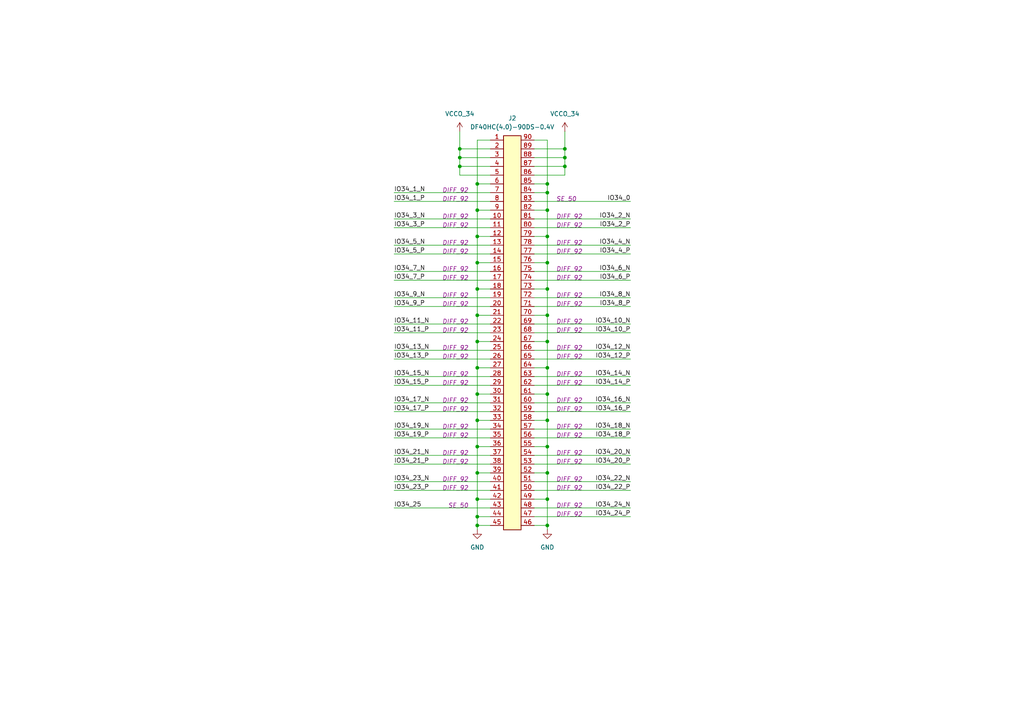
<source format=kicad_sch>
(kicad_sch (version 20250114) (generator "eeschema") (generator_version "9.0")
  (paper "A4")
  (lib_symbols
    (symbol "nuku:DF40HC(4.0)-90DS-0.4V"
      (property "Reference" "J" (at 0 3.81 0))
      (property "Value" "DF40HC(4.0)-90DS-0.4V" (at 0 1.27 0))
      (symbol "DF40HC(4.0)-90DS-0.4V_0_1"
        (rectangle (start 0 0) (end 5.08 -114.3) (stroke (width 0.254)) (fill (type background)))
      )
      (symbol "DF40HC(4.0)-90DS-0.4V_1_1"
        (pin passive line (at -3.81 -1.27 0) (length 3.81) (name "") (number "1"))
        (pin passive line (at -3.81 -3.81 0) (length 3.81) (name "") (number "2"))
        (pin passive line (at -3.81 -6.35 0) (length 3.81) (name "") (number "3"))
        (pin passive line (at -3.81 -8.89 0) (length 3.81) (name "") (number "4"))
        (pin passive line (at -3.81 -11.43 0) (length 3.81) (name "") (number "5"))
        (pin passive line (at -3.81 -13.97 0) (length 3.81) (name "") (number "6"))
        (pin passive line (at -3.81 -16.51 0) (length 3.81) (name "") (number "7"))
        (pin passive line (at -3.81 -19.05 0) (length 3.81) (name "") (number "8"))
        (pin passive line (at -3.81 -21.59 0) (length 3.81) (name "") (number "9"))
        (pin passive line (at -3.81 -24.13 0) (length 3.81) (name "") (number "10"))
        (pin passive line (at -3.81 -26.67 0) (length 3.81) (name "") (number "11"))
        (pin passive line (at -3.81 -29.21 0) (length 3.81) (name "") (number "12"))
        (pin passive line (at -3.81 -31.75 0) (length 3.81) (name "") (number "13"))
        (pin passive line (at -3.81 -34.29 0) (length 3.81) (name "") (number "14"))
        (pin passive line (at -3.81 -36.83 0) (length 3.81) (name "") (number "15"))
        (pin passive line (at -3.81 -39.37 0) (length 3.81) (name "") (number "16"))
        (pin passive line (at -3.81 -41.91 0) (length 3.81) (name "") (number "17"))
        (pin passive line (at -3.81 -44.45 0) (length 3.81) (name "") (number "18"))
        (pin passive line (at -3.81 -46.99 0) (length 3.81) (name "") (number "19"))
        (pin passive line (at -3.81 -49.53 0) (length 3.81) (name "") (number "20"))
        (pin passive line (at -3.81 -52.07 0) (length 3.81) (name "") (number "21"))
        (pin passive line (at -3.81 -54.61 0) (length 3.81) (name "") (number "22"))
        (pin passive line (at -3.81 -57.15 0) (length 3.81) (name "") (number "23"))
        (pin passive line (at -3.81 -59.69 0) (length 3.81) (name "") (number "24"))
        (pin passive line (at -3.81 -62.23 0) (length 3.81) (name "") (number "25"))
        (pin passive line (at -3.81 -64.77 0) (length 3.81) (name "") (number "26"))
        (pin passive line (at -3.81 -67.31 0) (length 3.81) (name "") (number "27"))
        (pin passive line (at -3.81 -69.85 0) (length 3.81) (name "") (number "28"))
        (pin passive line (at -3.81 -72.39 0) (length 3.81) (name "") (number "29"))
        (pin passive line (at -3.81 -74.93 0) (length 3.81) (name "") (number "30"))
        (pin passive line (at -3.81 -77.47 0) (length 3.81) (name "") (number "31"))
        (pin passive line (at -3.81 -80.01 0) (length 3.81) (name "") (number "32"))
        (pin passive line (at -3.81 -82.55 0) (length 3.81) (name "") (number "33"))
        (pin passive line (at -3.81 -85.09 0) (length 3.81) (name "") (number "34"))
        (pin passive line (at -3.81 -87.63 0) (length 3.81) (name "") (number "35"))
        (pin passive line (at -3.81 -90.17 0) (length 3.81) (name "") (number "36"))
        (pin passive line (at -3.81 -92.71 0) (length 3.81) (name "") (number "37"))
        (pin passive line (at -3.81 -95.25 0) (length 3.81) (name "") (number "38"))
        (pin passive line (at -3.81 -97.79 0) (length 3.81) (name "") (number "39"))
        (pin passive line (at -3.81 -100.33 0) (length 3.81) (name "") (number "40"))
        (pin passive line (at -3.81 -102.87 0) (length 3.81) (name "") (number "41"))
        (pin passive line (at -3.81 -105.41 0) (length 3.81) (name "") (number "42"))
        (pin passive line (at -3.81 -107.95 0) (length 3.81) (name "") (number "43"))
        (pin passive line (at -3.81 -110.49 0) (length 3.81) (name "") (number "44"))
        (pin passive line (at -3.81 -113.03 0) (length 3.81) (name "") (number "45"))
        (pin passive line (at 8.89 -1.27 180) (length 3.81) (name "") (number "90"))
        (pin passive line (at 8.89 -3.81 180) (length 3.81) (name "") (number "89"))
        (pin passive line (at 8.89 -6.35 180) (length 3.81) (name "") (number "88"))
        (pin passive line (at 8.89 -8.89 180) (length 3.81) (name "") (number "87"))
        (pin passive line (at 8.89 -11.43 180) (length 3.81) (name "") (number "86"))
        (pin passive line (at 8.89 -13.97 180) (length 3.81) (name "") (number "85"))
        (pin passive line (at 8.89 -16.51 180) (length 3.81) (name "") (number "84"))
        (pin passive line (at 8.89 -19.05 180) (length 3.81) (name "") (number "83"))
        (pin passive line (at 8.89 -21.59 180) (length 3.81) (name "") (number "82"))
        (pin passive line (at 8.89 -24.13 180) (length 3.81) (name "") (number "81"))
        (pin passive line (at 8.89 -26.67 180) (length 3.81) (name "") (number "80"))
        (pin passive line (at 8.89 -29.21 180) (length 3.81) (name "") (number "79"))
        (pin passive line (at 8.89 -31.75 180) (length 3.81) (name "") (number "78"))
        (pin passive line (at 8.89 -34.29 180) (length 3.81) (name "") (number "77"))
        (pin passive line (at 8.89 -36.83 180) (length 3.81) (name "") (number "76"))
        (pin passive line (at 8.89 -39.37 180) (length 3.81) (name "") (number "75"))
        (pin passive line (at 8.89 -41.91 180) (length 3.81) (name "") (number "74"))
        (pin passive line (at 8.89 -44.45 180) (length 3.81) (name "") (number "73"))
        (pin passive line (at 8.89 -46.99 180) (length 3.81) (name "") (number "72"))
        (pin passive line (at 8.89 -49.53 180) (length 3.81) (name "") (number "71"))
        (pin passive line (at 8.89 -52.07 180) (length 3.81) (name "") (number "70"))
        (pin passive line (at 8.89 -54.61 180) (length 3.81) (name "") (number "69"))
        (pin passive line (at 8.89 -57.15 180) (length 3.81) (name "") (number "68"))
        (pin passive line (at 8.89 -59.69 180) (length 3.81) (name "") (number "67"))
        (pin passive line (at 8.89 -62.23 180) (length 3.81) (name "") (number "66"))
        (pin passive line (at 8.89 -64.77 180) (length 3.81) (name "") (number "65"))
        (pin passive line (at 8.89 -67.31 180) (length 3.81) (name "") (number "64"))
        (pin passive line (at 8.89 -69.85 180) (length 3.81) (name "") (number "63"))
        (pin passive line (at 8.89 -72.39 180) (length 3.81) (name "") (number "62"))
        (pin passive line (at 8.89 -74.93 180) (length 3.81) (name "") (number "61"))
        (pin passive line (at 8.89 -77.47 180) (length 3.81) (name "") (number "60"))
        (pin passive line (at 8.89 -80.01 180) (length 3.81) (name "") (number "59"))
        (pin passive line (at 8.89 -82.55 180) (length 3.81) (name "") (number "58"))
        (pin passive line (at 8.89 -85.09 180) (length 3.81) (name "") (number "57"))
        (pin passive line (at 8.89 -87.63 180) (length 3.81) (name "") (number "56"))
        (pin passive line (at 8.89 -90.17 180) (length 3.81) (name "") (number "55"))
        (pin passive line (at 8.89 -92.71 180) (length 3.81) (name "") (number "54"))
        (pin passive line (at 8.89 -95.25 180) (length 3.81) (name "") (number "53"))
        (pin passive line (at 8.89 -97.79 180) (length 3.81) (name "") (number "52"))
        (pin passive line (at 8.89 -100.33 180) (length 3.81) (name "") (number "51"))
        (pin passive line (at 8.89 -102.87 180) (length 3.81) (name "") (number "50"))
        (pin passive line (at 8.89 -105.41 180) (length 3.81) (name "") (number "49"))
        (pin passive line (at 8.89 -107.95 180) (length 3.81) (name "") (number "48"))
        (pin passive line (at 8.89 -110.49 180) (length 3.81) (name "") (number "47"))
        (pin passive line (at 8.89 -113.03 180) (length 3.81) (name "") (number "46"))
      )
    )
    (symbol "power:+3V3" (power) (pin_numbers (hide yes)) (pin_names (offset 0) (hide yes))
      (property "Value" "+3V3" (at 0 3.556 0))
      (symbol "+3V3_0_1"
        (polyline (pts (xy -0.762 1.27) (xy 0 2.54)))
        (polyline (pts (xy 0 2.54) (xy 0.762 1.27)))
        (polyline (pts (xy 0 0) (xy 0 2.54)))
      )
      (symbol "+3V3_1_1"
        (pin power_in line (at 0 0 90) (length 0) (name "~") (number "1"))
      )
    )
    (symbol "power:GND" (power) (pin_numbers (hide yes)) (pin_names (offset 0) (hide yes))
      (property "Value" "GND" (at 0 -3.81 0))
      (symbol "GND_0_1"
        (polyline (pts (xy 0 0) (xy 0 -1.27) (xy 1.27 -1.27) (xy 0 -2.54) (xy -1.27 -1.27) (xy 0 -1.27)))
      )
      (symbol "GND_1_1"
        (pin power_in line (at 0 0 270) (length 0) (name "~") (number "1"))
      )
    )
  )
  (junction (at 158.75 53.34))
  (junction (at 138.43 149.86))
  (junction (at 163.83 43.18))
  (junction (at 138.43 137.16))
  (junction (at 158.75 144.78))
  (junction (at 158.75 121.92))
  (junction (at 138.43 83.82))
  (junction (at 158.75 129.54))
  (junction (at 158.75 114.3))
  (junction (at 133.35 45.72))
  (junction (at 163.83 45.72))
  (junction (at 158.75 55.88))
  (junction (at 163.83 48.26))
  (junction (at 138.43 114.3))
  (junction (at 138.43 99.06))
  (junction (at 158.75 137.16))
  (junction (at 138.43 76.2))
  (junction (at 158.75 60.96))
  (junction (at 138.43 144.78))
  (junction (at 138.43 106.68))
  (junction (at 158.75 106.68))
  (junction (at 158.75 83.82))
  (junction (at 138.43 68.58))
  (junction (at 158.75 68.58))
  (junction (at 138.43 152.4))
  (junction (at 158.75 152.4))
  (junction (at 138.43 60.96))
  (junction (at 158.75 91.44))
  (junction (at 133.35 43.18))
  (junction (at 133.35 48.26))
  (junction (at 138.43 53.34))
  (junction (at 138.43 121.92))
  (junction (at 158.75 76.2))
  (junction (at 158.75 99.06))
  (junction (at 138.43 91.44))
  (junction (at 138.43 129.54))
  (wire (pts (xy 154.94 134.62) (xy 182.88 134.62)))
  (wire (pts (xy 133.35 43.18) (xy 133.35 45.72)))
  (wire (pts (xy 158.75 99.06) (xy 158.75 91.44)))
  (wire (pts (xy 114.3 147.32) (xy 142.24 147.32)))
  (wire (pts (xy 138.43 149.86) (xy 142.24 149.86)))
  (wire (pts (xy 154.94 78.74) (xy 182.88 78.74)))
  (wire (pts (xy 158.75 106.68) (xy 158.75 114.3)))
  (wire (pts (xy 163.83 50.8) (xy 163.83 48.26)))
  (wire (pts (xy 114.3 127) (xy 142.24 127)))
  (wire (pts (xy 158.75 99.06) (xy 158.75 106.68)))
  (wire (pts (xy 158.75 40.64) (xy 154.94 40.64)))
  (wire (pts (xy 138.43 60.96) (xy 142.24 60.96)))
  (wire (pts (xy 133.35 48.26) (xy 142.24 48.26)))
  (wire (pts (xy 133.35 38.1) (xy 133.35 43.18)))
  (wire (pts (xy 114.3 71.12) (xy 142.24 71.12)))
  (wire (pts (xy 154.94 147.32) (xy 182.88 147.32)))
  (wire (pts (xy 138.43 121.92) (xy 142.24 121.92)))
  (wire (pts (xy 138.43 53.34) (xy 142.24 53.34)))
  (wire (pts (xy 158.75 76.2) (xy 158.75 68.58)))
  (wire (pts (xy 154.94 109.22) (xy 182.88 109.22)))
  (wire (pts (xy 158.75 137.16) (xy 154.94 137.16)))
  (wire (pts (xy 158.75 121.92) (xy 158.75 129.54)))
  (wire (pts (xy 138.43 144.78) (xy 142.24 144.78)))
  (wire (pts (xy 158.75 144.78) (xy 154.94 144.78)))
  (wire (pts (xy 138.43 99.06) (xy 142.24 99.06)))
  (wire (pts (xy 158.75 137.16) (xy 158.75 144.78)))
  (wire (pts (xy 154.94 73.66) (xy 182.88 73.66)))
  (wire (pts (xy 114.3 109.22) (xy 142.24 109.22)))
  (wire (pts (xy 133.35 48.26) (xy 133.35 45.72)))
  (wire (pts (xy 133.35 50.8) (xy 142.24 50.8)))
  (wire (pts (xy 138.43 129.54) (xy 138.43 137.16)))
  (wire (pts (xy 142.24 40.64) (xy 138.43 40.64)))
  (wire (pts (xy 133.35 43.18) (xy 142.24 43.18)))
  (wire (pts (xy 138.43 68.58) (xy 142.24 68.58)))
  (wire (pts (xy 154.94 119.38) (xy 182.88 119.38)))
  (wire (pts (xy 154.94 93.98) (xy 182.88 93.98)))
  (wire (pts (xy 154.94 43.18) (xy 163.83 43.18)))
  (wire (pts (xy 114.3 124.46) (xy 142.24 124.46)))
  (wire (pts (xy 154.94 55.88) (xy 158.75 55.88)))
  (wire (pts (xy 114.3 116.84) (xy 142.24 116.84)))
  (wire (pts (xy 138.43 99.06) (xy 138.43 106.68)))
  (wire (pts (xy 154.94 71.12) (xy 182.88 71.12)))
  (wire (pts (xy 154.94 106.68) (xy 158.75 106.68)))
  (wire (pts (xy 114.3 96.52) (xy 142.24 96.52)))
  (wire (pts (xy 163.83 48.26) (xy 163.83 45.72)))
  (wire (pts (xy 138.43 83.82) (xy 142.24 83.82)))
  (wire (pts (xy 158.75 114.3) (xy 154.94 114.3)))
  (wire (pts (xy 138.43 137.16) (xy 138.43 144.78)))
  (wire (pts (xy 154.94 139.7) (xy 182.88 139.7)))
  (wire (pts (xy 138.43 149.86) (xy 138.43 152.4)))
  (wire (pts (xy 114.3 78.74) (xy 142.24 78.74)))
  (wire (pts (xy 138.43 114.3) (xy 142.24 114.3)))
  (wire (pts (xy 154.94 127) (xy 182.88 127)))
  (wire (pts (xy 114.3 111.76) (xy 142.24 111.76)))
  (wire (pts (xy 138.43 40.64) (xy 138.43 53.34)))
  (wire (pts (xy 158.75 129.54) (xy 158.75 137.16)))
  (wire (pts (xy 158.75 53.34) (xy 154.94 53.34)))
  (wire (pts (xy 138.43 99.06) (xy 138.43 91.44)))
  (wire (pts (xy 158.75 152.4) (xy 154.94 152.4)))
  (wire (pts (xy 154.94 66.04) (xy 182.88 66.04)))
  (wire (pts (xy 158.75 144.78) (xy 158.75 152.4)))
  (wire (pts (xy 158.75 68.58) (xy 158.75 60.96)))
  (wire (pts (xy 138.43 144.78) (xy 138.43 149.86)))
  (wire (pts (xy 158.75 53.34) (xy 158.75 40.64)))
  (wire (pts (xy 158.75 91.44) (xy 158.75 83.82)))
  (wire (pts (xy 154.94 58.42) (xy 182.88 58.42)))
  (wire (pts (xy 114.3 134.62) (xy 142.24 134.62)))
  (wire (pts (xy 138.43 76.2) (xy 138.43 68.58)))
  (wire (pts (xy 154.94 81.28) (xy 182.88 81.28)))
  (wire (pts (xy 142.24 106.68) (xy 138.43 106.68)))
  (wire (pts (xy 154.94 149.86) (xy 182.88 149.86)))
  (wire (pts (xy 154.94 88.9) (xy 182.88 88.9)))
  (wire (pts (xy 158.75 114.3) (xy 158.75 121.92)))
  (wire (pts (xy 114.3 66.04) (xy 142.24 66.04)))
  (wire (pts (xy 138.43 60.96) (xy 138.43 53.34)))
  (wire (pts (xy 154.94 86.36) (xy 182.88 86.36)))
  (wire (pts (xy 114.3 132.08) (xy 142.24 132.08)))
  (wire (pts (xy 158.75 152.4) (xy 158.75 153.67)))
  (wire (pts (xy 133.35 45.72) (xy 142.24 45.72)))
  (wire (pts (xy 158.75 99.06) (xy 154.94 99.06)))
  (wire (pts (xy 154.94 96.52) (xy 182.88 96.52)))
  (wire (pts (xy 114.3 81.28) (xy 142.24 81.28)))
  (wire (pts (xy 154.94 45.72) (xy 163.83 45.72)))
  (wire (pts (xy 158.75 129.54) (xy 154.94 129.54)))
  (wire (pts (xy 138.43 106.68) (xy 138.43 114.3)))
  (wire (pts (xy 154.94 104.14) (xy 182.88 104.14)))
  (wire (pts (xy 114.3 142.24) (xy 142.24 142.24)))
  (wire (pts (xy 114.3 73.66) (xy 142.24 73.66)))
  (wire (pts (xy 154.94 50.8) (xy 163.83 50.8)))
  (wire (pts (xy 163.83 38.1) (xy 163.83 43.18)))
  (wire (pts (xy 158.75 91.44) (xy 154.94 91.44)))
  (wire (pts (xy 138.43 91.44) (xy 142.24 91.44)))
  (wire (pts (xy 114.3 63.5) (xy 142.24 63.5)))
  (wire (pts (xy 154.94 142.24) (xy 182.88 142.24)))
  (wire (pts (xy 138.43 152.4) (xy 138.43 153.67)))
  (wire (pts (xy 154.94 132.08) (xy 182.88 132.08)))
  (wire (pts (xy 138.43 91.44) (xy 138.43 83.82)))
  (wire (pts (xy 163.83 43.18) (xy 163.83 45.72)))
  (wire (pts (xy 114.3 55.88) (xy 142.24 55.88)))
  (wire (pts (xy 138.43 68.58) (xy 138.43 60.96)))
  (wire (pts (xy 158.75 76.2) (xy 154.94 76.2)))
  (wire (pts (xy 158.75 83.82) (xy 158.75 76.2)))
  (wire (pts (xy 114.3 88.9) (xy 142.24 88.9)))
  (wire (pts (xy 133.35 50.8) (xy 133.35 48.26)))
  (wire (pts (xy 114.3 119.38) (xy 142.24 119.38)))
  (wire (pts (xy 158.75 53.34) (xy 158.75 55.88)))
  (wire (pts (xy 154.94 63.5) (xy 182.88 63.5)))
  (wire (pts (xy 114.3 139.7) (xy 142.24 139.7)))
  (wire (pts (xy 114.3 86.36) (xy 142.24 86.36)))
  (wire (pts (xy 138.43 152.4) (xy 142.24 152.4)))
  (wire (pts (xy 154.94 48.26) (xy 163.83 48.26)))
  (wire (pts (xy 114.3 104.14) (xy 142.24 104.14)))
  (wire (pts (xy 114.3 101.6) (xy 142.24 101.6)))
  (wire (pts (xy 158.75 68.58) (xy 154.94 68.58)))
  (wire (pts (xy 138.43 83.82) (xy 138.43 76.2)))
  (wire (pts (xy 154.94 124.46) (xy 182.88 124.46)))
  (wire (pts (xy 158.75 55.88) (xy 158.75 60.96)))
  (wire (pts (xy 158.75 83.82) (xy 154.94 83.82)))
  (wire (pts (xy 138.43 121.92) (xy 138.43 129.54)))
  (wire (pts (xy 138.43 114.3) (xy 138.43 121.92)))
  (wire (pts (xy 138.43 137.16) (xy 142.24 137.16)))
  (wire (pts (xy 158.75 121.92) (xy 154.94 121.92)))
  (wire (pts (xy 114.3 58.42) (xy 142.24 58.42)))
  (wire (pts (xy 138.43 76.2) (xy 142.24 76.2)))
  (wire (pts (xy 154.94 116.84) (xy 182.88 116.84)))
  (wire (pts (xy 138.43 129.54) (xy 142.24 129.54)))
  (wire (pts (xy 114.3 93.98) (xy 142.24 93.98)))
  (wire (pts (xy 158.75 60.96) (xy 154.94 60.96)))
  (wire (pts (xy 154.94 101.6) (xy 182.88 101.6)))
  (wire (pts (xy 154.94 111.76) (xy 182.88 111.76)))
  (label "IO34_16_P" (at 182.88 119.38 180) (property "Netclass" "DIFF_92" (at 161.29 119.38 0) (effects (font (italic yes)) (justify left bottom))))
  (label "IO34_22_N" (at 182.88 139.7 180) (property "Netclass" "DIFF_92" (at 161.29 139.7 0) (effects (font (italic yes)) (justify left bottom))))
  (label "IO34_1_P" (at 114.3 58.42 0) (property "Netclass" "DIFF_92" (at 135.89 58.42 0) (effects (font (italic yes)) (justify right bottom))))
  (label "IO34_23_N" (at 114.3 139.7 0) (property "Netclass" "DIFF_92" (at 135.89 139.7 0) (effects (font (italic yes)) (justify right bottom))))
  (label "IO34_24_P" (at 182.88 149.86 180) (property "Netclass" "DIFF_92" (at 161.29 149.86 0) (effects (font (italic yes)) (justify left bottom))))
  (label "IO34_0" (at 182.88 58.42 180) (property "Netclass" "SE_50" (at 161.29 58.42 0) (effects (font (italic yes)) (justify left bottom))))
  (label "IO34_3_P" (at 114.3 66.04 0) (property "Netclass" "DIFF_92" (at 135.89 66.04 0) (effects (font (italic yes)) (justify right bottom))))
  (label "IO34_10_N" (at 182.88 93.98 180) (property "Netclass" "DIFF_92" (at 161.29 93.98 0) (effects (font (italic yes)) (justify left bottom))))
  (label "IO34_3_N" (at 114.3 63.5 0) (property "Netclass" "DIFF_92" (at 135.89 63.5 0) (effects (font (italic yes)) (justify right bottom))))
  (label "IO34_25" (at 114.3 147.32 0) (property "Netclass" "SE_50" (at 135.89 147.32 0) (effects (font (italic yes)) (justify right bottom))))
  (label "IO34_5_N" (at 114.3 71.12 0) (property "Netclass" "DIFF_92" (at 135.89 71.12 0) (effects (font (italic yes)) (justify right bottom))))
  (label "IO34_6_N" (at 182.88 78.74 180) (property "Netclass" "DIFF_92" (at 161.29 78.74 0) (effects (font (italic yes)) (justify left bottom))))
  (label "IO34_18_N" (at 182.88 124.46 180) (property "Netclass" "DIFF_92" (at 161.29 124.46 0) (effects (font (italic yes)) (justify left bottom))))
  (label "IO34_2_P" (at 182.88 66.04 180) (property "Netclass" "DIFF_92" (at 161.29 66.04 0) (effects (font (italic yes)) (justify left bottom))))
  (label "IO34_11_P" (at 114.3 96.52 0) (property "Netclass" "DIFF_92" (at 135.89 96.52 0) (effects (font (italic yes)) (justify right bottom))))
  (label "IO34_19_P" (at 114.3 127 0) (property "Netclass" "DIFF_92" (at 135.89 127 0) (effects (font (italic yes)) (justify right bottom))))
  (label "IO34_9_P" (at 114.3 88.9 0) (property "Netclass" "DIFF_92" (at 135.89 88.9 0) (effects (font (italic yes)) (justify right bottom))))
  (label "IO34_8_N" (at 182.88 86.36 180) (property "Netclass" "DIFF_92" (at 161.29 86.36 0) (effects (font (italic yes)) (justify left bottom))))
  (label "IO34_16_N" (at 182.88 116.84 180) (property "Netclass" "DIFF_92" (at 161.29 116.84 0) (effects (font (italic yes)) (justify left bottom))))
  (label "IO34_1_N" (at 114.3 55.88 0) (property "Netclass" "DIFF_92" (at 135.89 55.88 0) (effects (font (italic yes)) (justify right bottom))))
  (label "IO34_12_N" (at 182.88 101.6 180) (property "Netclass" "DIFF_92" (at 161.29 101.6 0) (effects (font (italic yes)) (justify left bottom))))
  (label "IO34_14_P" (at 182.88 111.76 180) (property "Netclass" "DIFF_92" (at 161.29 111.76 0) (effects (font (italic yes)) (justify left bottom))))
  (label "IO34_13_P" (at 114.3 104.14 0) (property "Netclass" "DIFF_92" (at 135.89 104.14 0) (effects (font (italic yes)) (justify right bottom))))
  (label "IO34_8_P" (at 182.88 88.9 180) (property "Netclass" "DIFF_92" (at 161.29 88.9 0) (effects (font (italic yes)) (justify left bottom))))
  (label "IO34_15_P" (at 114.3 111.76 0) (property "Netclass" "DIFF_92" (at 135.89 111.76 0) (effects (font (italic yes)) (justify right bottom))))
  (label "IO34_18_P" (at 182.88 127 180) (property "Netclass" "DIFF_92" (at 161.29 127 0) (effects (font (italic yes)) (justify left bottom))))
  (label "IO34_23_P" (at 114.3 142.24 0) (property "Netclass" "DIFF_92" (at 135.89 142.24 0) (effects (font (italic yes)) (justify right bottom))))
  (label "IO34_21_N" (at 114.3 132.08 0) (property "Netclass" "DIFF_92" (at 135.89 132.08 0) (effects (font (italic yes)) (justify right bottom))))
  (label "IO34_13_N" (at 114.3 101.6 0) (property "Netclass" "DIFF_92" (at 135.89 101.6 0) (effects (font (italic yes)) (justify right bottom))))
  (label "IO34_19_N" (at 114.3 124.46 0) (property "Netclass" "DIFF_92" (at 135.89 124.46 0) (effects (font (italic yes)) (justify right bottom))))
  (label "IO34_20_N" (at 182.88 132.08 180) (property "Netclass" "DIFF_92" (at 161.29 132.08 0) (effects (font (italic yes)) (justify left bottom))))
  (label "IO34_6_P" (at 182.88 81.28 180) (property "Netclass" "DIFF_92" (at 161.29 81.28 0) (effects (font (italic yes)) (justify left bottom))))
  (label "IO34_12_P" (at 182.88 104.14 180) (property "Netclass" "DIFF_92" (at 161.29 104.14 0) (effects (font (italic yes)) (justify left bottom))))
  (label "IO34_10_P" (at 182.88 96.52 180) (property "Netclass" "DIFF_92" (at 161.29 96.52 0) (effects (font (italic yes)) (justify left bottom))))
  (label "IO34_17_N" (at 114.3 116.84 0) (property "Netclass" "DIFF_92" (at 135.89 116.84 0) (effects (font (italic yes)) (justify right bottom))))
  (label "IO34_7_P" (at 114.3 81.28 0) (property "Netclass" "DIFF_92" (at 135.89 81.28 0) (effects (font (italic yes)) (justify right bottom))))
  (label "IO34_4_N" (at 182.88 71.12 180) (property "Netclass" "DIFF_92" (at 161.29 71.12 0) (effects (font (italic yes)) (justify left bottom))))
  (label "IO34_11_N" (at 114.3 93.98 0) (property "Netclass" "DIFF_92" (at 135.89 93.98 0) (effects (font (italic yes)) (justify right bottom))))
  (label "IO34_4_P" (at 182.88 73.66 180) (property "Netclass" "DIFF_92" (at 161.29 73.66 0) (effects (font (italic yes)) (justify left bottom))))
  (label "IO34_20_P" (at 182.88 134.62 180) (property "Netclass" "DIFF_92" (at 161.29 134.62 0) (effects (font (italic yes)) (justify left bottom))))
  (label "IO34_9_N" (at 114.3 86.36 0) (property "Netclass" "DIFF_92" (at 135.89 86.36 0) (effects (font (italic yes)) (justify right bottom))))
  (label "IO34_15_N" (at 114.3 109.22 0) (property "Netclass" "DIFF_92" (at 135.89 109.22 0) (effects (font (italic yes)) (justify right bottom))))
  (label "IO34_24_N" (at 182.88 147.32 180) (property "Netclass" "DIFF_92" (at 161.29 147.32 0) (effects (font (italic yes)) (justify left bottom))))
  (label "IO34_21_P" (at 114.3 134.62 0) (property "Netclass" "DIFF_92" (at 135.89 134.62 0) (effects (font (italic yes)) (justify right bottom))))
  (label "IO34_7_N" (at 114.3 78.74 0) (property "Netclass" "DIFF_92" (at 135.89 78.74 0) (effects (font (italic yes)) (justify right bottom))))
  (label "IO34_5_P" (at 114.3 73.66 0) (property "Netclass" "DIFF_92" (at 135.89 73.66 0) (effects (font (italic yes)) (justify right bottom))))
  (label "IO34_2_N" (at 182.88 63.5 180) (property "Netclass" "DIFF_92" (at 161.29 63.5 0) (effects (font (italic yes)) (justify left bottom))))
  (label "IO34_22_P" (at 182.88 142.24 180) (property "Netclass" "DIFF_92" (at 161.29 142.24 0) (effects (font (italic yes)) (justify left bottom))))
  (label "IO34_17_P" (at 114.3 119.38 0) (property "Netclass" "DIFF_92" (at 135.89 119.38 0) (effects (font (italic yes)) (justify right bottom))))
  (label "IO34_14_N" (at 182.88 109.22 180) (property "Netclass" "DIFF_92" (at 161.29 109.22 0) (effects (font (italic yes)) (justify left bottom))))
  (symbol (lib_id "nuku:DF40HC(4.0)-90DS-0.4V") (at 146.05 39.37 0) (unit 1)
    (property "Reference" "J2" (at 148.59 34.29 0))
    (property "Value" "DF40HC(4.0)-90DS-0.4V" (at 148.59 36.83 0))
    (property "Footprint" "nuku:DF40HC(4.0)-90DS-0.4V" (effects (hide yes)))
    (property "Datasheet" "https://www.lcsc.com/datasheet/lcsc_datasheet_2006112253_HRS-Hirose-DF40HC-4-0-90DS-0-4V-51_C597947.pdf" (effects (hide yes)))
    (property "LCSC" "C597947" (effects (hide yes)))
  )
  (symbol (lib_id "power:GND") (at 138.43 153.67 0) (unit 1)
    (property "Reference" "#PWR011" (effects (hide yes)))
    (property "Value" "GND" (at 138.43 158.75 0))
    (property "Description" "Power symbol creates a global label with name \"GND\" , ground" (effects (hide yes)))
  )
  (symbol (lib_id "power:+3V3") (at 133.35 38.1 0) (mirror y) (unit 1)
    (property "Reference" "#PWR03" (effects (hide yes)))
    (property "Value" "VCCO_34" (at 133.35 33.02 0))
    (property "Description" "Power symbol creates a global label with name \"+3V3\"" (effects (hide yes)))
  )
  (symbol (lib_id "power:+3V3") (at 163.83 38.1 0) (unit 1)
    (property "Reference" "#PWR04" (effects (hide yes)))
    (property "Value" "VCCO_34" (at 163.83 33.02 0))
    (property "Description" "Power symbol creates a global label with name \"+3V3\"" (effects (hide yes)))
  )
  (symbol (lib_id "power:GND") (at 158.75 153.67 0) (mirror y) (unit 1)
    (property "Reference" "#PWR012" (effects (hide yes)))
    (property "Value" "GND" (at 158.75 158.75 0))
    (property "Description" "Power symbol creates a global label with name \"GND\" , ground" (effects (hide yes)))
  )
)
</source>
